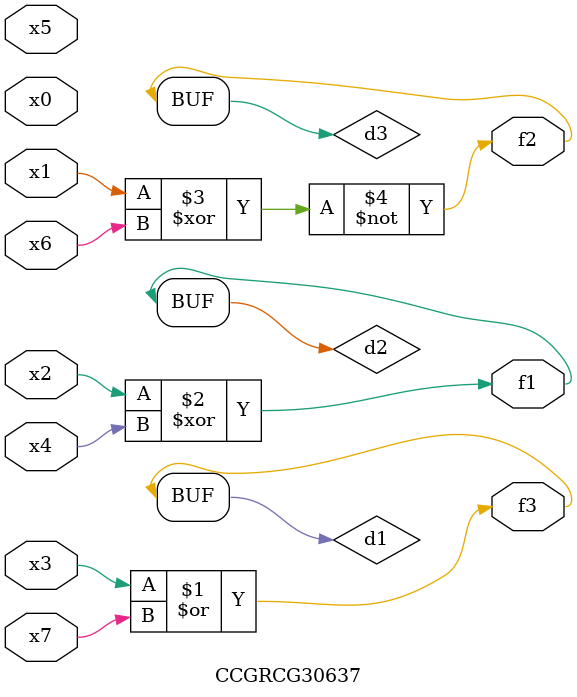
<source format=v>
module CCGRCG30637(
	input x0, x1, x2, x3, x4, x5, x6, x7,
	output f1, f2, f3
);

	wire d1, d2, d3;

	or (d1, x3, x7);
	xor (d2, x2, x4);
	xnor (d3, x1, x6);
	assign f1 = d2;
	assign f2 = d3;
	assign f3 = d1;
endmodule

</source>
